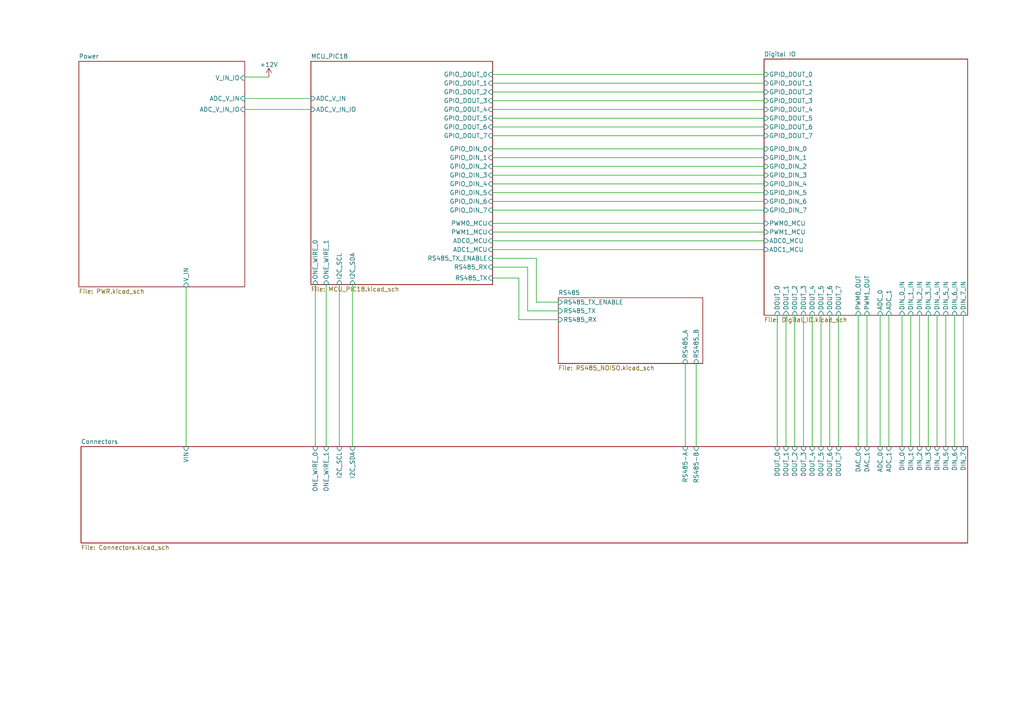
<source format=kicad_sch>
(kicad_sch (version 20230121) (generator eeschema)
  (paper "A4")
  (lib_symbols
    (symbol "power:+12V" (power) (pin_names (offset 0))
      (property "Value" "+12V" (at 0 3.556 0))
      (symbol "+12V_0_1"
        (polyline (pts (xy -0.762 1.27) (xy 0 2.54)))
        (polyline (pts (xy 0 0) (xy 0 2.54)))
        (polyline (pts (xy 0 2.54) (xy 0.762 1.27)))
      )
      (symbol "+12V_1_1"
        (pin power_in line (at 0 0 90) (length 0) hide (name "+12V") (number "1"))
      )
    )
  )
  (wire (pts (xy 142.875 72.39) (xy 221.615 72.39)))
  (wire (pts (xy 269.24 91.44) (xy 269.24 129.54)))
  (wire (pts (xy 142.875 26.67) (xy 221.615 26.67)))
  (wire (pts (xy 70.993 31.75) (xy 90.17 31.75)))
  (wire (pts (xy 153.035 77.47) (xy 153.035 90.17)))
  (wire (pts (xy 142.875 48.26) (xy 221.615 48.26)))
  (wire (pts (xy 161.925 87.63) (xy 155.575 87.63)))
  (wire (pts (xy 142.875 31.75) (xy 221.615 31.75)))
  (wire (pts (xy 142.875 36.83) (xy 221.615 36.83)))
  (wire (pts (xy 235.585 91.44) (xy 235.585 129.54)))
  (wire (pts (xy 142.875 64.77) (xy 221.615 64.77)))
  (wire (pts (xy 257.81 91.44) (xy 257.81 129.54)))
  (wire (pts (xy 150.495 92.71) (xy 161.925 92.71)))
  (wire (pts (xy 70.993 28.575) (xy 90.17 28.575)))
  (wire (pts (xy 142.875 77.47) (xy 153.035 77.47)))
  (wire (pts (xy 142.875 60.96) (xy 221.615 60.96)))
  (wire (pts (xy 142.875 43.18) (xy 221.615 43.18)))
  (wire (pts (xy 233.045 91.44) (xy 233.045 129.54)))
  (wire (pts (xy 94.615 82.55) (xy 94.615 129.54)))
  (wire (pts (xy 198.755 105.41) (xy 198.755 129.54)))
  (wire (pts (xy 142.875 21.59) (xy 221.615 21.59)))
  (wire (pts (xy 142.875 58.42) (xy 221.615 58.42)))
  (wire (pts (xy 230.505 91.44) (xy 230.505 129.54)))
  (wire (pts (xy 142.875 24.13) (xy 221.615 24.13)))
  (wire (pts (xy 225.425 91.44) (xy 225.425 129.54)))
  (wire (pts (xy 243.205 91.44) (xy 243.205 129.54)))
  (wire (pts (xy 266.7 91.44) (xy 266.7 129.54)))
  (wire (pts (xy 279.4 91.44) (xy 279.4 129.54)))
  (wire (pts (xy 251.46 91.44) (xy 251.46 129.54)))
  (wire (pts (xy 142.875 29.21) (xy 221.615 29.21)))
  (wire (pts (xy 248.92 91.44) (xy 248.92 129.54)))
  (wire (pts (xy 142.875 34.29) (xy 221.615 34.29)))
  (wire (pts (xy 150.495 80.645) (xy 150.495 92.71)))
  (wire (pts (xy 261.62 91.44) (xy 261.62 129.54)))
  (wire (pts (xy 142.875 69.85) (xy 221.615 69.85)))
  (wire (pts (xy 153.035 90.17) (xy 161.925 90.17)))
  (wire (pts (xy 238.125 91.44) (xy 238.125 129.54)))
  (wire (pts (xy 77.978 22.352) (xy 70.993 22.352)))
  (wire (pts (xy 142.875 53.34) (xy 221.615 53.34)))
  (wire (pts (xy 142.875 80.645) (xy 150.495 80.645)))
  (wire (pts (xy 276.86 91.44) (xy 276.86 129.54)))
  (wire (pts (xy 264.16 91.44) (xy 264.16 129.54)))
  (wire (pts (xy 201.93 105.41) (xy 201.93 129.54)))
  (wire (pts (xy 142.875 45.72) (xy 221.615 45.72)))
  (wire (pts (xy 53.975 83.185) (xy 53.975 129.54)))
  (wire (pts (xy 98.425 82.55) (xy 98.425 129.54)))
  (wire (pts (xy 70.993 22.352) (xy 70.993 22.606)))
  (wire (pts (xy 142.875 50.8) (xy 221.615 50.8)))
  (wire (pts (xy 142.875 55.88) (xy 221.615 55.88)))
  (wire (pts (xy 240.665 91.44) (xy 240.665 129.54)))
  (wire (pts (xy 255.27 91.44) (xy 255.27 129.54)))
  (wire (pts (xy 271.78 91.44) (xy 271.78 129.54)))
  (wire (pts (xy 155.575 87.63) (xy 155.575 74.93)))
  (wire (pts (xy 274.32 91.44) (xy 274.32 129.54)))
  (wire (pts (xy 142.875 39.37) (xy 221.615 39.37)))
  (wire (pts (xy 155.575 74.93) (xy 142.875 74.93)))
  (wire (pts (xy 142.875 67.31) (xy 221.615 67.31)))
  (wire (pts (xy 102.235 82.55) (xy 102.235 129.54)))
  (wire (pts (xy 91.44 82.55) (xy 91.44 129.54)))
  (wire (pts (xy 227.965 91.44) (xy 227.965 129.54)))
  (symbol (lib_id "power:+12V") (at 77.978 22.352 0) (unit 1)
    (property "Reference" "#PWR01" (effects hide))
    (property "Value" "+12V" (at 77.978 18.7762 0))
  )
  (sheet (at 161.925 86.36) (size 41.91 19.05) (stroke (width 0.1524))
    (property "Sheetname" "RS485" (at 161.925 85.6484 0) (effects (justify left bottom)))
    (property "Sheetfile" "RS485_NOISO.kicad_sch" (at 161.925 105.9946 0) (effects (justify left top)))
    (pin "RS485_B" input (at 201.93 105.41 270))
    (pin "RS485_A" input (at 198.755 105.41 270))
    (pin "RS485_TX_ENABLE" input (at 161.925 87.63 180))
    (pin "RS485_RX" input (at 161.925 92.71 180))
    (pin "RS485_TX" input (at 161.925 90.17 180))
  )
  (sheet (at 221.615 17.145) (size 59.055 74.295) (stroke (width 0.1524))
    (property "Sheetname" "Digital IO" (at 221.615 16.4334 0) (effects (justify left bottom)))
    (property "Sheetfile" "Digital_IO.kicad_sch" (at 221.615 92.0246 0) (effects (justify left top)))
    (pin "GPIO_DOUT_1" input (at 221.615 24.13 180))
    (pin "GPIO_DOUT_3" input (at 221.615 29.21 180))
    (pin "GPIO_DOUT_2" input (at 221.615 26.67 180))
    (pin "GPIO_DOUT_0" input (at 221.615 21.59 180))
    (pin "ADC0_MCU" input (at 221.615 69.85 180))
    (pin "DOUT_1" input (at 227.965 91.44 270))
    (pin "DOUT_0" input (at 225.425 91.44 270))
    (pin "DOUT_2" input (at 230.505 91.44 270))
    (pin "DOUT_3" input (at 233.045 91.44 270))
    (pin "ADC_0" input (at 255.27 91.44 270))
    (pin "GPIO_DIN_3" input (at 221.615 50.8 180))
    (pin "GPIO_DIN_1" input (at 221.615 45.72 180))
    (pin "GPIO_DIN_2" input (at 221.615 48.26 180))
    (pin "GPIO_DIN_0" input (at 221.615 43.18 180))
    (pin "PWM0_OUT" input (at 248.92 91.44 270))
    (pin "PWM0_MCU" input (at 221.615 64.77 180))
    (pin "PWM1_OUT" input (at 251.46 91.44 270))
    (pin "PWM1_MCU" input (at 221.615 67.31 180))
    (pin "DIN_2_IN" input (at 266.7 91.44 270))
    (pin "DIN_0_IN" input (at 261.62 91.44 270))
    (pin "DIN_1_IN" input (at 264.16 91.44 270))
    (pin "DIN_3_IN" input (at 269.24 91.44 270))
    (pin "ADC1_MCU" input (at 221.615 72.39 180))
    (pin "ADC_1" input (at 257.81 91.44 270))
    (pin "DIN_4_IN" input (at 271.78 91.44 270))
    (pin "GPIO_DIN_5" input (at 221.615 55.88 180))
    (pin "GPIO_DIN_4" input (at 221.615 53.34 180))
    (pin "GPIO_DIN_7" input (at 221.615 60.96 180))
    (pin "GPIO_DIN_6" input (at 221.615 58.42 180))
    (pin "DIN_7_IN" input (at 279.4 91.44 270))
    (pin "DIN_6_IN" input (at 276.86 91.44 270))
    (pin "DIN_5_IN" input (at 274.32 91.44 270))
    (pin "GPIO_DOUT_5" input (at 221.615 34.29 180))
    (pin "GPIO_DOUT_4" input (at 221.615 31.75 180))
    (pin "GPIO_DOUT_6" input (at 221.615 36.83 180))
    (pin "GPIO_DOUT_7" input (at 221.615 39.37 180))
    (pin "DOUT_5" input (at 238.125 91.44 270))
    (pin "DOUT_4" input (at 235.585 91.44 270))
    (pin "DOUT_6" input (at 240.665 91.44 270))
    (pin "DOUT_7" input (at 243.205 91.44 270))
  )
  (sheet (at 90.17 17.78) (size 52.705 64.77) (stroke (width 0.1524))
    (property "Sheetname" "MCU_PIC18" (at 90.17 17.0684 0) (effects (justify left bottom)))
    (property "Sheetfile" "MCU_PIC18.kicad_sch" (at 90.17 83.1346 0) (effects (justify left top)))
    (pin "GPIO_DIN_3" input (at 142.875 50.8 0))
    (pin "RS485_TX_ENABLE" input (at 142.875 74.93 0))
    (pin "RS485_TX" input (at 142.875 80.645 0))
    (pin "GPIO_DOUT_2" input (at 142.875 26.67 0))
    (pin "GPIO_DOUT_1" input (at 142.875 24.13 0))
    (pin "GPIO_DOUT_0" input (at 142.875 21.59 0))
    (pin "I2C_SDA" input (at 102.235 82.55 270))
    (pin "I2C_SCL" input (at 98.425 82.55 270))
    (pin "RS485_RX" input (at 142.875 77.47 0))
    (pin "GPIO_DOUT_3" input (at 142.875 29.21 0))
    (pin "ADC_V_IN" input (at 90.17 28.575 180))
    (pin "GPIO_DIN_1" input (at 142.875 45.72 0))
    (pin "GPIO_DIN_2" input (at 142.875 48.26 0))
    (pin "GPIO_DIN_0" input (at 142.875 43.18 0))
    (pin "ONE_WIRE_0" input (at 91.44 82.55 270))
    (pin "ONE_WIRE_1" input (at 94.615 82.55 270))
    (pin "ADC_V_IN_IO" input (at 90.17 31.75 180))
    (pin "PWM0_MCU" input (at 142.875 64.77 0))
    (pin "PWM1_MCU" input (at 142.875 67.31 0))
    (pin "ADC0_MCU" input (at 142.875 69.85 0))
    (pin "ADC1_MCU" input (at 142.875 72.39 0))
    (pin "GPIO_DOUT_4" input (at 142.875 31.75 0))
    (pin "GPIO_DOUT_6" input (at 142.875 36.83 0))
    (pin "GPIO_DOUT_5" input (at 142.875 34.29 0))
    (pin "GPIO_DOUT_7" input (at 142.875 39.37 0))
    (pin "GPIO_DIN_4" input (at 142.875 53.34 0))
    (pin "GPIO_DIN_5" input (at 142.875 55.88 0))
    (pin "GPIO_DIN_7" input (at 142.875 60.96 0))
    (pin "GPIO_DIN_6" input (at 142.875 58.42 0))
  )
  (sheet (at 23.495 129.54) (size 257.175 27.94) (stroke (width 0.1524))
    (property "Sheetname" "Connectors" (at 23.495 128.8284 0) (effects (justify left bottom)))
    (property "Sheetfile" "Connectors.kicad_sch" (at 23.495 158.0646 0) (effects (justify left top)))
    (pin "VIN" input (at 53.975 129.54 90))
    (pin "ONE_WIRE_0" input (at 91.44 129.54 90))
    (pin "RS485-A" input (at 198.755 129.54 90))
    (pin "RS485-B" input (at 201.93 129.54 90))
    (pin "I2C_SDA" input (at 102.235 129.54 90))
    (pin "I2C_SCL" input (at 98.425 129.54 90))
    (pin "ONE_WIRE_1" input (at 94.615 129.54 90))
    (pin "DOUT_1" input (at 227.965 129.54 90))
    (pin "DOUT_2" input (at 230.505 129.54 90))
    (pin "DOUT_3" input (at 233.045 129.54 90))
    (pin "DAC_0" input (at 248.92 129.54 90))
    (pin "ADC_0" input (at 255.27 129.54 90))
    (pin "ADC_1" input (at 257.81 129.54 90))
    (pin "DAC_1" input (at 251.46 129.54 90))
    (pin "DOUT_0" input (at 225.425 129.54 90))
    (pin "DIN_3" input (at 269.24 129.54 90))
    (pin "DIN_2" input (at 266.7 129.54 90))
    (pin "DIN_1" input (at 264.16 129.54 90))
    (pin "DIN_0" input (at 261.62 129.54 90))
    (pin "DOUT_4" input (at 235.585 129.54 90))
    (pin "DOUT_5" input (at 238.125 129.54 90))
    (pin "DOUT_6" input (at 240.665 129.54 90))
    (pin "DOUT_7" input (at 243.205 129.54 90))
    (pin "DIN_6" input (at 276.86 129.54 90))
    (pin "DIN_4" input (at 271.78 129.54 90))
    (pin "DIN_5" input (at 274.32 129.54 90))
    (pin "DIN_7" input (at 279.4 129.54 90))
  )
  (sheet (at 22.86 17.78) (size 48.133 65.405) (stroke (width 0.1524))
    (property "Sheetname" "Power" (at 22.86 17.0684 0) (effects (justify left bottom)))
    (property "Sheetfile" "PWR.kicad_sch" (at 22.86 83.7696 0) (effects (justify left top)))
    (pin "ADC_V_IN" input (at 70.993 28.575 0))
    (pin "V_IN" input (at 53.975 83.185 270))
    (pin "V_IN_IO" input (at 70.993 22.606 0))
    (pin "ADC_V_IN_IO" input (at 70.993 31.75 0))
  )
)
</source>
